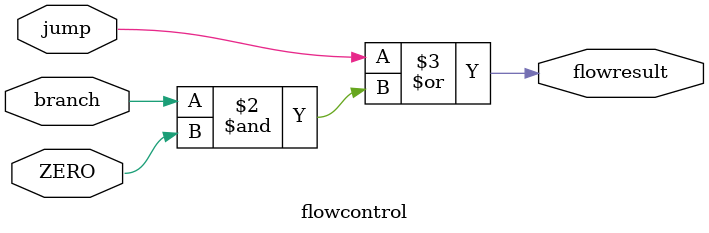
<source format=v>
module flowcontrol(jump,branch,ZERO,flowresult);
    input jump,branch,ZERO;
    output reg flowresult;
 
    always @ (*) begin
        flowresult = jump | (branch & ZERO);
    end

endmodule


</source>
